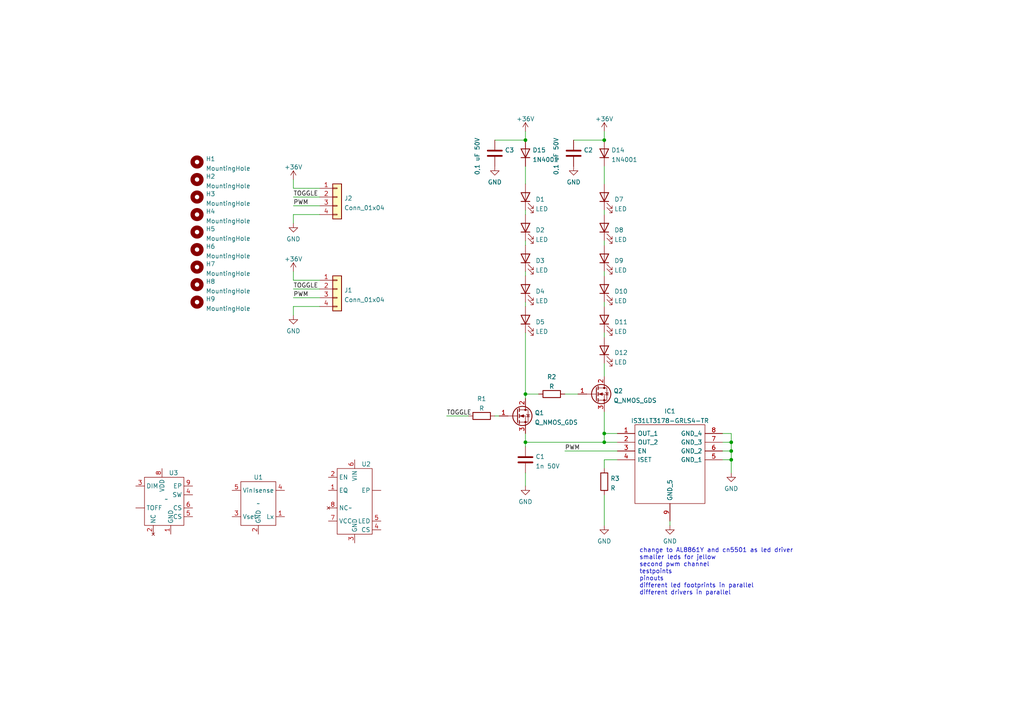
<source format=kicad_sch>
(kicad_sch (version 20230121) (generator eeschema)
  (paper "A4")
  (lib_symbols
    (symbol "1_meins:AL8861"
      (property "Reference" "U" (at 0 0 0))
      (symbol "AL8861_0_1"
        (rectangle (start -5.08 6.35) (end 5.08 -6.35))
      )
      (symbol "AL8861_1_1"
        (pin power_out line (at 7.62 -3.81 180) (length 2.54) (name "Lx") (number "1"))
        (pin power_in line (at 0 -8.89 90) (length 2.54) (name "GND") (number "2"))
        (pin input line (at -7.62 -3.81 0) (length 2.54) (name "Vset") (number "3"))
        (pin input line (at 7.62 3.81 180) (length 2.54) (name "Isense") (number "4"))
        (pin power_in line (at -7.62 3.81 0) (length 2.54) (name "Vin") (number "5"))
      )
    )
    (symbol "1_meins:CN5501"
      (property "Reference" "U" (at -1.27 -2.54 0))
      (symbol "CN5501_0_1"
        (rectangle (start -5.08 8.89) (end 5.08 -10.16))
      )
      (symbol "CN5501_1_1"
        (pin power_in line (at 7.62 2.54 180) (length 2.54) (name "EP") (number ""))
        (pin bidirectional line (at -7.62 2.54 0) (length 2.54) (name "EQ") (number "1"))
        (pin input line (at -7.62 6.35 0) (length 2.54) (name "EN") (number "2"))
        (pin power_in line (at 0 -12.7 90) (length 2.54) (name "GND") (number "3"))
        (pin input line (at 7.62 -8.89 180) (length 2.54) (name "CS") (number "4"))
        (pin power_out line (at 7.62 -6.35 180) (length 2.54) (name "LED") (number "5"))
        (pin power_in line (at 0 11.43 270) (length 2.54) (name "VIN") (number "6"))
        (pin power_out line (at -7.62 -6.35 0) (length 2.54) (name "VCC") (number "7"))
        (pin no_connect line (at -7.62 -2.54 0) (length 2.54) (name "NC") (number "8"))
      )
    )
    (symbol "1_meins:TX6120"
      (property "Reference" "U" (at 0 0 0))
      (symbol "TX6120_0_1"
        (rectangle (start -6.35 6.35) (end 5.08 -7.62))
      )
      (symbol "TX6120_1_1"
        (pin input line (at -8.89 -2.54 0) (length 2.54) (name "TOFF") (number ""))
        (pin power_in line (at 1.27 -10.16 90) (length 2.54) (name "GND") (number "1"))
        (pin no_connect line (at -3.81 -10.16 90) (length 2.54) (name "NC") (number "2"))
        (pin input line (at -8.89 3.81 0) (length 2.54) (name "DIM") (number "3"))
        (pin power_out line (at 7.62 1.27 180) (length 2.54) (name "SW") (number "4"))
        (pin input line (at 7.62 -5.08 180) (length 2.54) (name "CS") (number "5"))
        (pin input line (at 7.62 -2.54 180) (length 2.54) (name "CS") (number "6"))
        (pin power_in line (at -1.27 8.89 270) (length 2.54) (name "VDD") (number "8"))
        (pin power_out line (at 7.62 3.81 180) (length 2.54) (name "EP") (number "9"))
      )
    )
    (symbol "Connector_Generic:Conn_01x04" (pin_names (offset 1.016) hide)
      (property "Reference" "J" (at 0 5.08 0))
      (property "Value" "Conn_01x04" (at 0 -7.62 0))
      (symbol "Conn_01x04_1_1"
        (rectangle (start -1.27 -4.953) (end 0 -5.207) (stroke (width 0.1524)))
        (rectangle (start -1.27 -2.413) (end 0 -2.667) (stroke (width 0.1524)))
        (rectangle (start -1.27 0.127) (end 0 -0.127) (stroke (width 0.1524)))
        (rectangle (start -1.27 2.667) (end 0 2.413) (stroke (width 0.1524)))
        (rectangle (start -1.27 3.81) (end 1.27 -6.35) (stroke (width 0.254)) (fill (type background)))
        (pin passive line (at -5.08 2.54 0) (length 3.81) (name "Pin_1") (number "1"))
        (pin passive line (at -5.08 0 0) (length 3.81) (name "Pin_2") (number "2"))
        (pin passive line (at -5.08 -2.54 0) (length 3.81) (name "Pin_3") (number "3"))
        (pin passive line (at -5.08 -5.08 0) (length 3.81) (name "Pin_4") (number "4"))
      )
    )
    (symbol "Device:C" (pin_numbers hide) (pin_names (offset 0.254))
      (property "Reference" "C" (at 0.635 2.54 0))
      (property "Value" "C" (at 0.635 -2.54 0))
      (symbol "C_0_1"
        (polyline (pts (xy -2.032 -0.762) (xy 2.032 -0.762)) (stroke (width 0.508)))
        (polyline (pts (xy -2.032 0.762) (xy 2.032 0.762)) (stroke (width 0.508)))
      )
      (symbol "C_1_1"
        (pin passive line (at 0 3.81 270) (length 2.794) (name "~") (number "1"))
        (pin passive line (at 0 -3.81 90) (length 2.794) (name "~") (number "2"))
      )
    )
    (symbol "Device:LED" (pin_numbers hide) (pin_names (offset 1.016) hide)
      (property "Reference" "D" (at 0 2.54 0))
      (property "Value" "LED" (at 0 -2.54 0))
      (symbol "LED_0_1"
        (polyline (pts (xy -1.27 -1.27) (xy -1.27 1.27)) (stroke (width 0.254)))
        (polyline (pts (xy -1.27 0) (xy 1.27 0)))
        (polyline (pts (xy 1.27 -1.27) (xy 1.27 1.27) (xy -1.27 0) (xy 1.27 -1.27)) (stroke (width 0.254)))
        (polyline (pts (xy -3.048 -0.762) (xy -4.572 -2.286) (xy -3.81 -2.286) (xy -4.572 -2.286) (xy -4.572 -1.524)))
        (polyline (pts (xy -1.778 -0.762) (xy -3.302 -2.286) (xy -2.54 -2.286) (xy -3.302 -2.286) (xy -3.302 -1.524)))
      )
      (symbol "LED_1_1"
        (pin passive line (at -3.81 0 0) (length 2.54) (name "K") (number "1"))
        (pin passive line (at 3.81 0 180) (length 2.54) (name "A") (number "2"))
      )
    )
    (symbol "Device:Q_NMOS_GDS" (pin_names (offset 0) hide)
      (property "Reference" "Q" (at 5.08 1.27 0))
      (property "Value" "Q_NMOS_GDS" (at 5.08 -1.27 0))
      (symbol "Q_NMOS_GDS_0_1"
        (polyline (pts (xy 0.254 0) (xy -2.54 0)))
        (polyline (pts (xy 0.254 1.905) (xy 0.254 -1.905)) (stroke (width 0.254)))
        (polyline (pts (xy 0.762 -1.27) (xy 0.762 -2.286)) (stroke (width 0.254)))
        (polyline (pts (xy 0.762 0.508) (xy 0.762 -0.508)) (stroke (width 0.254)))
        (polyline (pts (xy 0.762 2.286) (xy 0.762 1.27)) (stroke (width 0.254)))
        (polyline (pts (xy 2.54 2.54) (xy 2.54 1.778)))
        (polyline (pts (xy 2.54 -2.54) (xy 2.54 0) (xy 0.762 0)))
        (polyline (pts (xy 0.762 -1.778) (xy 3.302 -1.778) (xy 3.302 1.778) (xy 0.762 1.778)))
        (polyline (pts (xy 1.016 0) (xy 2.032 0.381) (xy 2.032 -0.381) (xy 1.016 0)) (fill (type outline)))
        (polyline (pts (xy 2.794 0.508) (xy 2.921 0.381) (xy 3.683 0.381) (xy 3.81 0.254)))
        (polyline (pts (xy 3.302 0.381) (xy 2.921 -0.254) (xy 3.683 -0.254) (xy 3.302 0.381)))
        (circle (center 1.651 0) (radius 2.794) (stroke (width 0.254)))
        (circle (center 2.54 -1.778) (radius 0.254) (fill (type outline)))
        (circle (center 2.54 1.778) (radius 0.254) (fill (type outline)))
      )
      (symbol "Q_NMOS_GDS_1_1"
        (pin input line (at -5.08 0 0) (length 2.54) (name "G") (number "1"))
        (pin passive line (at 2.54 5.08 270) (length 2.54) (name "D") (number "2"))
        (pin passive line (at 2.54 -5.08 90) (length 2.54) (name "S") (number "3"))
      )
    )
    (symbol "Device:R" (pin_numbers hide) (pin_names (offset 0))
      (property "Reference" "R" (at 2.032 0 90))
      (property "Value" "R" (at 0 0 90))
      (symbol "R_0_1"
        (rectangle (start -1.016 -2.54) (end 1.016 2.54) (stroke (width 0.254)))
      )
      (symbol "R_1_1"
        (pin passive line (at 0 3.81 270) (length 1.27) (name "~") (number "1"))
        (pin passive line (at 0 -3.81 90) (length 1.27) (name "~") (number "2"))
      )
    )
    (symbol "Diode:1N4001" (pin_numbers hide) (pin_names (offset 1.016) hide)
      (property "Reference" "D" (at 0 2.54 0))
      (property "Value" "1N4001" (at 0 -2.54 0))
      (symbol "1N4001_0_1"
        (polyline (pts (xy -1.27 1.27) (xy -1.27 -1.27)) (stroke (width 0.254)))
        (polyline (pts (xy 1.27 0) (xy -1.27 0)))
        (polyline (pts (xy 1.27 1.27) (xy 1.27 -1.27) (xy -1.27 0) (xy 1.27 1.27)) (stroke (width 0.254)))
      )
      (symbol "1N4001_1_1"
        (pin passive line (at -3.81 0 0) (length 2.54) (name "K") (number "1"))
        (pin passive line (at 3.81 0 180) (length 2.54) (name "A") (number "2"))
      )
    )
    (symbol "IS31LT3178-GRLS4-TR:IS31LT3178-GRLS4-TR" (pin_names (offset 0.762))
      (property "Reference" "IC" (at 26.67 7.62 0))
      (property "Value" "IS31LT3178-GRLS4-TR" (at 26.67 5.08 0))
      (symbol "IS31LT3178-GRLS4-TR_0_0"
        (pin passive line (at 0 0 0) (length 5.08) (name "OUT_1") (number "1"))
        (pin passive line (at 0 -2.54 0) (length 5.08) (name "OUT_2") (number "2"))
        (pin passive line (at 0 -5.08 0) (length 5.08) (name "EN") (number "3"))
        (pin passive line (at 0 -7.62 0) (length 5.08) (name "ISET") (number "4"))
        (pin passive line (at 30.48 -7.62 180) (length 5.08) (name "GND_1") (number "5"))
        (pin passive line (at 30.48 -5.08 180) (length 5.08) (name "GND_2") (number "6"))
        (pin passive line (at 30.48 -2.54 180) (length 5.08) (name "GND_3") (number "7"))
        (pin passive line (at 30.48 0 180) (length 5.08) (name "GND_4") (number "8"))
        (pin passive line (at 15.24 -25.4 90) (length 5.08) (name "GND_5") (number "9"))
      )
      (symbol "IS31LT3178-GRLS4-TR_0_1"
        (polyline (pts (xy 5.08 2.54) (xy 25.4 2.54) (xy 25.4 -20.32) (xy 5.08 -20.32) (xy 5.08 2.54)) (stroke (width 0.1524)))
      )
    )
    (symbol "Mechanical:MountingHole" (pin_names (offset 1.016))
      (property "Reference" "H" (at 0 5.08 0))
      (property "Value" "MountingHole" (at 0 3.175 0))
      (symbol "MountingHole_0_1"
        (circle (center 0 0) (radius 1.27) (stroke (width 1.27)))
      )
    )
    (symbol "power:+36V" (power) (pin_names (offset 0))
      (property "Value" "+36V" (at 0 3.556 0))
      (symbol "+36V_0_1"
        (polyline (pts (xy -0.762 1.27) (xy 0 2.54)))
        (polyline (pts (xy 0 0) (xy 0 2.54)))
        (polyline (pts (xy 0 2.54) (xy 0.762 1.27)))
      )
      (symbol "+36V_1_1"
        (pin power_in line (at 0 0 90) (length 0) hide (name "+36V") (number "1"))
      )
    )
    (symbol "power:GND" (power) (pin_names (offset 0))
      (property "Value" "GND" (at 0 -3.81 0))
      (symbol "GND_0_1"
        (polyline (pts (xy 0 0) (xy 0 -1.27) (xy 1.27 -1.27) (xy 0 -2.54) (xy -1.27 -1.27) (xy 0 -1.27)))
      )
      (symbol "GND_1_1"
        (pin power_in line (at 0 0 270) (length 0) hide (name "GND") (number "1"))
      )
    )
  )
  (junction (at 175.26 125.73))
  (junction (at 212.09 133.35))
  (junction (at 212.09 128.27))
  (junction (at 175.26 40.64))
  (junction (at 212.09 130.81))
  (junction (at 152.4 114.3))
  (junction (at 175.26 128.27))
  (junction (at 152.4 128.27))
  (junction (at 152.4 40.64))
  (wire (pts (xy 152.4 137.16) (xy 152.4 140.97)))
  (wire (pts (xy 143.51 120.65) (xy 144.78 120.65)))
  (wire (pts (xy 179.07 133.35) (xy 175.26 133.35)))
  (wire (pts (xy 85.09 78.74) (xy 85.09 81.28)))
  (wire (pts (xy 85.09 59.69) (xy 92.71 59.69)))
  (wire (pts (xy 85.09 86.36) (xy 92.71 86.36)))
  (wire (pts (xy 152.4 38.1) (xy 152.4 40.64)))
  (wire (pts (xy 212.09 130.81) (xy 209.55 130.81)))
  (wire (pts (xy 212.09 133.35) (xy 212.09 137.16)))
  (wire (pts (xy 175.26 143.51) (xy 175.26 152.4)))
  (wire (pts (xy 209.55 125.73) (xy 212.09 125.73)))
  (wire (pts (xy 175.26 105.41) (xy 175.26 109.22)))
  (wire (pts (xy 152.4 48.26) (xy 152.4 53.34)))
  (wire (pts (xy 85.09 83.82) (xy 92.71 83.82)))
  (wire (pts (xy 152.4 78.74) (xy 152.4 80.01)))
  (wire (pts (xy 156.21 114.3) (xy 152.4 114.3)))
  (wire (pts (xy 152.4 60.96) (xy 152.4 62.23)))
  (wire (pts (xy 163.83 130.81) (xy 179.07 130.81)))
  (wire (pts (xy 209.55 128.27) (xy 212.09 128.27)))
  (wire (pts (xy 212.09 125.73) (xy 212.09 128.27)))
  (wire (pts (xy 175.26 48.26) (xy 175.26 53.34)))
  (wire (pts (xy 209.55 133.35) (xy 212.09 133.35)))
  (wire (pts (xy 85.09 54.61) (xy 92.71 54.61)))
  (wire (pts (xy 175.26 69.85) (xy 175.26 71.12)))
  (wire (pts (xy 175.26 38.1) (xy 175.26 40.64)))
  (wire (pts (xy 85.09 52.07) (xy 85.09 54.61)))
  (wire (pts (xy 152.4 96.52) (xy 152.4 114.3)))
  (wire (pts (xy 175.26 125.73) (xy 179.07 125.73)))
  (wire (pts (xy 175.26 128.27) (xy 175.26 125.73)))
  (wire (pts (xy 85.09 88.9) (xy 85.09 91.44)))
  (wire (pts (xy 175.26 119.38) (xy 175.26 125.73)))
  (wire (pts (xy 175.26 96.52) (xy 175.26 97.79)))
  (wire (pts (xy 85.09 88.9) (xy 92.71 88.9)))
  (wire (pts (xy 175.26 78.74) (xy 175.26 80.01)))
  (wire (pts (xy 175.26 133.35) (xy 175.26 135.89)))
  (wire (pts (xy 175.26 87.63) (xy 175.26 88.9)))
  (wire (pts (xy 152.4 87.63) (xy 152.4 88.9)))
  (wire (pts (xy 152.4 125.73) (xy 152.4 128.27)))
  (wire (pts (xy 163.83 114.3) (xy 167.64 114.3)))
  (wire (pts (xy 175.26 60.96) (xy 175.26 62.23)))
  (wire (pts (xy 194.31 151.13) (xy 194.31 152.4)))
  (wire (pts (xy 152.4 69.85) (xy 152.4 71.12)))
  (wire (pts (xy 85.09 62.23) (xy 85.09 64.77)))
  (wire (pts (xy 152.4 129.54) (xy 152.4 128.27)))
  (wire (pts (xy 152.4 128.27) (xy 175.26 128.27)))
  (wire (pts (xy 212.09 133.35) (xy 212.09 130.81)))
  (wire (pts (xy 166.37 40.64) (xy 175.26 40.64)))
  (wire (pts (xy 85.09 62.23) (xy 92.71 62.23)))
  (wire (pts (xy 129.54 120.65) (xy 135.89 120.65)))
  (wire (pts (xy 85.09 81.28) (xy 92.71 81.28)))
  (wire (pts (xy 212.09 128.27) (xy 212.09 130.81)))
  (wire (pts (xy 143.51 40.64) (xy 152.4 40.64)))
  (wire (pts (xy 152.4 114.3) (xy 152.4 115.57)))
  (wire (pts (xy 85.09 57.15) (xy 92.71 57.15)))
  (wire (pts (xy 175.26 128.27) (xy 179.07 128.27)))
  (text "change to AL8861Y and cn5501 as led driver\nsmaller leds for jellow\nsecond pwm channel\ntestpoints\npinouts\ndifferent led footprints in parallel\ndifferent drivers in parallel\n" (at 185.42 172.72 0) (effects (font (size 1.27 1.27)) (justify left bottom)))
  (label "TOGGLE" (at 129.54 120.65 0))
  (label "PWM" (at 163.83 130.81 0))
  (label "TOGGLE" (at 85.09 83.82 0))
  (label "TOGGLE" (at 85.09 57.15 0))
  (label "PWM" (at 85.09 86.36 0))
  (label "PWM" (at 85.09 59.69 0))
  (symbol (lib_id "Device:LED") (at 152.4 92.71 90) (unit 1)
    (property "Reference" "D5" (at 155.321 93.389 90) (effects (justify right)))
    (property "Value" "LED" (at 155.321 96.1641 90) (effects (justify right)))
    (property "Footprint" "LED_SMD:LED_1W_3W_R8" (effects hide))
  )
  (symbol (lib_id "power:GND") (at 152.4 140.97 0) (unit 1)
    (property "Reference" "#PWR05" (effects hide))
    (property "Value" "GND" (at 152.4 145.5325 0))
  )
  (symbol (lib_id "Connector_Generic:Conn_01x04") (at 97.79 57.15 0) (unit 1)
    (property "Reference" "J2" (at 99.822 57.5115 0) (effects (justify left)))
    (property "Value" "Conn_01x04" (at 99.822 60.2866 0) (effects (justify left)))
    (property "Footprint" "Connector_PinSocket_2.54mm:PinSocket_1x04_P2.54mm_Vertical" (effects hide))
  )
  (symbol (lib_id "power:GND") (at 85.09 91.44 0) (unit 1)
    (property "Reference" "#PWR04" (effects hide))
    (property "Value" "GND" (at 85.09 96.0025 0))
  )
  (symbol (lib_id "Mechanical:MountingHole") (at 57.15 77.47 0) (unit 1)
    (property "Reference" "H7" (at 59.69 76.5615 0) (effects (justify left)))
    (property "Value" "MountingHole" (at 59.69 79.3366 0) (effects (justify left)))
    (property "Footprint" "MountingHole:MountingHole_3.2mm_M3" (effects hide))
  )
  (symbol (lib_id "Device:LED") (at 152.4 57.15 90) (unit 1)
    (property "Reference" "D1" (at 155.321 57.829 90) (effects (justify right)))
    (property "Value" "LED" (at 155.321 60.6041 90) (effects (justify right)))
    (property "Footprint" "LED_SMD:LED_1W_3W_R8" (effects hide))
  )
  (symbol (lib_id "power:GND") (at 85.09 64.77 0) (unit 1)
    (property "Reference" "#PWR0103" (effects hide))
    (property "Value" "GND" (at 85.09 69.3325 0))
  )
  (symbol (lib_id "Device:LED") (at 175.26 74.93 90) (unit 1)
    (property "Reference" "D9" (at 178.181 75.609 90) (effects (justify right)))
    (property "Value" "LED" (at 178.181 78.3841 90) (effects (justify right)))
    (property "Footprint" "LED_SMD:LED_1W_3W_R8" (effects hide))
  )
  (symbol (lib_id "power:+36V") (at 175.26 38.1 0) (unit 1)
    (property "Reference" "#PWR07" (effects hide))
    (property "Value" "+36V" (at 175.26 34.4955 0))
  )
  (symbol (lib_id "Device:Q_NMOS_GDS") (at 149.86 120.65 0) (unit 1)
    (property "Reference" "Q1" (at 155.067 119.7415 0) (effects (justify left)))
    (property "Value" "Q_NMOS_GDS" (at 155.067 122.5166 0) (effects (justify left)))
    (property "Footprint" "Package_TO_SOT_SMD:SOT-23" (effects hide))
  )
  (symbol (lib_id "Diode:1N4001") (at 175.26 44.45 90) (unit 1)
    (property "Reference" "D14" (at 177.292 43.5415 90) (effects (justify right)))
    (property "Value" "1N4001" (at 177.292 46.3166 90) (effects (justify right)))
    (property "Footprint" "Diode_SMD:D_SMA" (effects hide))
    (property "Datasheet" "http://www.vishay.com/docs/88503/1n4001.pdf" (effects hide))
  )
  (symbol (lib_id "Device:LED") (at 175.26 66.04 90) (unit 1)
    (property "Reference" "D8" (at 178.181 66.719 90) (effects (justify right)))
    (property "Value" "LED" (at 178.181 69.4941 90) (effects (justify right)))
    (property "Footprint" "LED_SMD:LED_1W_3W_R8" (effects hide))
  )
  (symbol (lib_id "Mechanical:MountingHole") (at 57.15 82.55 0) (unit 1)
    (property "Reference" "H8" (at 59.69 81.6415 0) (effects (justify left)))
    (property "Value" "MountingHole" (at 59.69 84.4166 0) (effects (justify left)))
    (property "Footprint" "MountingHole:MountingHole_3.2mm_M3" (effects hide))
  )
  (symbol (lib_id "Device:LED") (at 152.4 74.93 90) (unit 1)
    (property "Reference" "D3" (at 155.321 75.609 90) (effects (justify right)))
    (property "Value" "LED" (at 155.321 78.3841 90) (effects (justify right)))
    (property "Footprint" "LED_SMD:LED_1W_3W_R8" (effects hide))
  )
  (symbol (lib_id "power:GND") (at 166.37 48.26 0) (unit 1)
    (property "Reference" "#PWR06" (effects hide))
    (property "Value" "GND" (at 166.37 52.8225 0))
  )
  (symbol (lib_id "Device:C") (at 166.37 44.45 0) (unit 1)
    (property "Reference" "C2" (at 169.291 43.5415 0) (effects (justify left)))
    (property "Value" "0,1 uF 50V" (at 161.29 50.8 90) (effects (justify left)))
    (property "Footprint" "Capacitor_SMD:C_1206_3216Metric" (effects hide))
  )
  (symbol (lib_id "IS31LT3178-GRLS4-TR:IS31LT3178-GRLS4-TR") (at 179.07 125.73 0) (unit 1)
    (property "Reference" "IC1" (at 194.31 119.2743 0))
    (property "Value" "IS31LT3178-GRLS4-TR" (at 194.31 122.0494 0))
    (property "Footprint" "Package_SO:HSOP-8-1EP_3.9x4.9mm_P1.27mm_EP2.41x3.1mm" (effects hide))
    (property "Datasheet" "https://www.mouser.co.uk/datasheet/2/198/IS31LT3177_78_DS-1949482.pdf" (effects hide))
    (property "Description" "IS31LT3178-GRLS4-TR" (effects hide))
    (property "Height" "1.7" (effects hide))
    (property "Manufacturer_Name" "Lumissil" (effects hide))
    (property "Manufacturer_Part_Number" "IS31LT3178-GRLS4-TR" (effects hide))
    (property "Mouser Part Number" "870-3178-GRLS4-TR" (effects hide))
    (property "Mouser Price/Stock" "https://www.mouser.co.uk/ProductDetail/Lumissil/IS31LT3178-GRLS4-TR?qs=BJlw7L4Cy7%2FkOJ%2Fpg5I0IQ%3D%3D" (effects hide))
  )
  (symbol (lib_id "Device:LED") (at 175.26 57.15 90) (unit 1)
    (property "Reference" "D7" (at 178.181 57.829 90) (effects (justify right)))
    (property "Value" "LED" (at 178.181 60.6041 90) (effects (justify right)))
    (property "Footprint" "LED_SMD:LED_1W_3W_R8" (effects hide))
  )
  (symbol (lib_id "power:+36V") (at 85.09 78.74 0) (unit 1)
    (property "Reference" "#PWR03" (effects hide))
    (property "Value" "+36V" (at 85.09 75.1355 0))
  )
  (symbol (lib_id "Mechanical:MountingHole") (at 57.15 62.23 0) (unit 1)
    (property "Reference" "H4" (at 59.69 61.3215 0) (effects (justify left)))
    (property "Value" "MountingHole" (at 59.69 64.0966 0) (effects (justify left)))
    (property "Footprint" "MountingHole:MountingHole_3.2mm_M3" (effects hide))
  )
  (symbol (lib_id "Device:LED") (at 175.26 92.71 90) (unit 1)
    (property "Reference" "D11" (at 178.181 93.389 90) (effects (justify right)))
    (property "Value" "LED" (at 178.181 96.1641 90) (effects (justify right)))
    (property "Footprint" "LED_SMD:LED_1W_3W_R8" (effects hide))
  )
  (symbol (lib_id "Device:LED") (at 175.26 101.6 90) (unit 1)
    (property "Reference" "D12" (at 178.181 102.279 90) (effects (justify right)))
    (property "Value" "LED" (at 178.181 105.0541 90) (effects (justify right)))
    (property "Footprint" "LED_SMD:LED_1W_3W_R8" (effects hide))
  )
  (symbol (lib_id "Mechanical:MountingHole") (at 57.15 72.39 0) (unit 1)
    (property "Reference" "H6" (at 59.69 71.4815 0) (effects (justify left)))
    (property "Value" "MountingHole" (at 59.69 74.2566 0) (effects (justify left)))
    (property "Footprint" "MountingHole:MountingHole_3.2mm_M3" (effects hide))
  )
  (symbol (lib_id "1_meins:AL8861") (at 74.93 146.05 0) (unit 1)
    (property "Reference" "U1" (at 74.93 138.43 0))
    (property "Value" "~" (at 74.93 146.05 0))
  )
  (symbol (lib_id "Mechanical:MountingHole") (at 57.15 87.63 0) (unit 1)
    (property "Reference" "H9" (at 59.69 86.7215 0) (effects (justify left)))
    (property "Value" "MountingHole" (at 59.69 89.4966 0) (effects (justify left)))
    (property "Footprint" "MountingHole:MountingHole_3.2mm_M3" (effects hide))
  )
  (symbol (lib_id "power:GND") (at 212.09 137.16 0) (unit 1)
    (property "Reference" "#PWR010" (effects hide))
    (property "Value" "GND" (at 212.09 141.7225 0))
  )
  (symbol (lib_id "Mechanical:MountingHole") (at 57.15 52.07 0) (unit 1)
    (property "Reference" "H2" (at 59.69 51.1615 0) (effects (justify left)))
    (property "Value" "MountingHole" (at 59.69 53.9366 0) (effects (justify left)))
    (property "Footprint" "MountingHole:MountingHole_3.2mm_M3" (effects hide))
  )
  (symbol (lib_id "Mechanical:MountingHole") (at 57.15 57.15 0) (unit 1)
    (property "Reference" "H3" (at 59.69 56.2415 0) (effects (justify left)))
    (property "Value" "MountingHole" (at 59.69 59.0166 0) (effects (justify left)))
    (property "Footprint" "MountingHole:MountingHole_3.2mm_M3" (effects hide))
  )
  (symbol (lib_id "Mechanical:MountingHole") (at 57.15 67.31 0) (unit 1)
    (property "Reference" "H5" (at 59.69 66.4015 0) (effects (justify left)))
    (property "Value" "MountingHole" (at 59.69 69.1766 0) (effects (justify left)))
    (property "Footprint" "MountingHole:MountingHole_3.2mm_M3" (effects hide))
  )
  (symbol (lib_id "power:+36V") (at 152.4 38.1 0) (unit 1)
    (property "Reference" "#PWR0101" (effects hide))
    (property "Value" "+36V" (at 152.4 34.4955 0))
  )
  (symbol (lib_id "Diode:1N4001") (at 152.4 44.45 90) (unit 1)
    (property "Reference" "D15" (at 154.432 43.5415 90) (effects (justify right)))
    (property "Value" "1N4001" (at 154.432 46.3166 90) (effects (justify right)))
    (property "Footprint" "Diode_SMD:D_SMA" (effects hide))
    (property "Datasheet" "http://www.vishay.com/docs/88503/1n4001.pdf" (effects hide))
  )
  (symbol (lib_id "Device:R") (at 139.7 120.65 90) (unit 1)
    (property "Reference" "R1" (at 139.7 115.6675 90))
    (property "Value" "R" (at 139.7 118.4426 90))
    (property "Footprint" "Resistor_SMD:R_1206_3216Metric" (effects hide))
  )
  (symbol (lib_id "power:GND") (at 143.51 48.26 0) (unit 1)
    (property "Reference" "#PWR0104" (effects hide))
    (property "Value" "GND" (at 143.51 52.8225 0))
  )
  (symbol (lib_id "Device:LED") (at 175.26 83.82 90) (unit 1)
    (property "Reference" "D10" (at 178.181 84.499 90) (effects (justify right)))
    (property "Value" "LED" (at 178.181 87.2741 90) (effects (justify right)))
    (property "Footprint" "LED_SMD:LED_1W_3W_R8" (effects hide))
  )
  (symbol (lib_id "Device:Q_NMOS_GDS") (at 172.72 114.3 0) (unit 1)
    (property "Reference" "Q2" (at 177.927 113.3915 0) (effects (justify left)))
    (property "Value" "Q_NMOS_GDS" (at 177.927 116.1666 0) (effects (justify left)))
    (property "Footprint" "Package_TO_SOT_SMD:SOT-23" (effects hide))
  )
  (symbol (lib_id "Mechanical:MountingHole") (at 57.15 46.99 0) (unit 1)
    (property "Reference" "H1" (at 59.69 46.0815 0) (effects (justify left)))
    (property "Value" "MountingHole" (at 59.69 48.8566 0) (effects (justify left)))
    (property "Footprint" "MountingHole:MountingHole_3.2mm_M3" (effects hide))
  )
  (symbol (lib_id "Device:LED") (at 152.4 66.04 90) (unit 1)
    (property "Reference" "D2" (at 155.321 66.719 90) (effects (justify right)))
    (property "Value" "LED" (at 155.321 69.4941 90) (effects (justify right)))
    (property "Footprint" "LED_SMD:LED_1W_3W_R8" (effects hide))
  )
  (symbol (lib_id "Connector_Generic:Conn_01x04") (at 97.79 83.82 0) (unit 1)
    (property "Reference" "J1" (at 99.822 84.1815 0) (effects (justify left)))
    (property "Value" "Conn_01x04" (at 99.822 86.9566 0) (effects (justify left)))
    (property "Footprint" "Connector_PinSocket_2.54mm:PinSocket_1x04_P2.54mm_Vertical" (effects hide))
  )
  (symbol (lib_id "power:GND") (at 194.31 152.4 0) (unit 1)
    (property "Reference" "#PWR09" (effects hide))
    (property "Value" "GND" (at 194.31 156.9625 0))
  )
  (symbol (lib_id "power:+36V") (at 85.09 52.07 0) (unit 1)
    (property "Reference" "#PWR0102" (effects hide))
    (property "Value" "+36V" (at 85.09 48.4655 0))
  )
  (symbol (lib_id "1_meins:TX6120") (at 48.26 144.78 0) (unit 1)
    (property "Reference" "U3" (at 48.9459 137.16 0) (effects (justify left)))
    (property "Value" "~" (at 48.26 144.78 0))
  )
  (symbol (lib_id "Device:R") (at 175.26 139.7 0) (unit 1)
    (property "Reference" "R3" (at 177.038 138.7915 0) (effects (justify left)))
    (property "Value" "R" (at 177.038 141.5666 0) (effects (justify left)))
    (property "Footprint" "Resistor_SMD:R_1206_3216Metric" (effects hide))
  )
  (symbol (lib_id "Device:C") (at 152.4 133.35 0) (unit 1)
    (property "Reference" "C1" (at 155.321 132.4415 0) (effects (justify left)))
    (property "Value" "1n 50V" (at 155.321 135.2166 0) (effects (justify left)))
    (property "Footprint" "Capacitor_SMD:C_1206_3216Metric" (effects hide))
  )
  (symbol (lib_id "1_meins:CN5501") (at 102.87 144.78 0) (unit 1)
    (property "Reference" "U2" (at 104.8259 134.62 0) (effects (justify left)))
    (property "Value" "~" (at 101.6 147.32 0))
  )
  (symbol (lib_id "Device:C") (at 143.51 44.45 0) (unit 1)
    (property "Reference" "C3" (at 146.431 43.5415 0) (effects (justify left)))
    (property "Value" "0,1 uF 50V" (at 138.43 50.8 90) (effects (justify left)))
    (property "Footprint" "Capacitor_SMD:C_1206_3216Metric" (effects hide))
  )
  (symbol (lib_id "Device:LED") (at 152.4 83.82 90) (unit 1)
    (property "Reference" "D4" (at 155.321 84.499 90) (effects (justify right)))
    (property "Value" "LED" (at 155.321 87.2741 90) (effects (justify right)))
    (property "Footprint" "LED_SMD:LED_1W_3W_R8" (effects hide))
  )
  (symbol (lib_id "power:GND") (at 175.26 152.4 0) (unit 1)
    (property "Reference" "#PWR08" (effects hide))
    (property "Value" "GND" (at 175.26 156.9625 0))
  )
  (symbol (lib_id "Device:R") (at 160.02 114.3 90) (unit 1)
    (property "Reference" "R2" (at 160.02 109.3175 90))
    (property "Value" "R" (at 160.02 112.0926 90))
    (property "Footprint" "Resistor_SMD:R_1206_3216Metric" (effects hide))
  )
)
</source>
